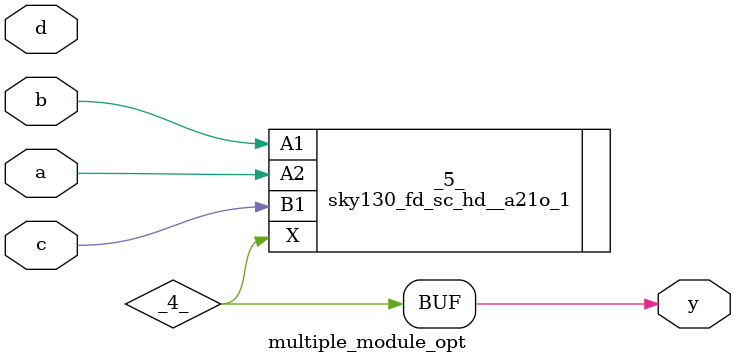
<source format=v>
/* Generated by Yosys 0.57+148 (git sha1 259bd6fb3, g++ 13.3.0-6ubuntu2~24.04 -fPIC -O3) */

(* top =  1  *)
(* src = "/home/ank/Desktop/SoC_Shwetank/verilog_files/multiple_module_opt.v:11.1-21.10" *)
module multiple_module_opt(a, b, c, d, y);
  (* src = "/home/ank/Desktop/SoC_Shwetank/verilog_files/multiple_module_opt.v:11.34-11.35" *)
  input a;
  wire a;
  (* src = "/home/ank/Desktop/SoC_Shwetank/verilog_files/multiple_module_opt.v:11.44-11.45" *)
  input b;
  wire b;
  (* src = "/home/ank/Desktop/SoC_Shwetank/verilog_files/multiple_module_opt.v:11.54-11.55" *)
  input c;
  wire c;
  (* src = "/home/ank/Desktop/SoC_Shwetank/verilog_files/multiple_module_opt.v:11.64-11.65" *)
  input d;
  wire d;
  (* src = "/home/ank/Desktop/SoC_Shwetank/verilog_files/multiple_module_opt.v:11.75-11.76" *)
  output y;
  wire y;
  wire _0_;
  (* src = "/home/ank/Desktop/SoC_Shwetank/verilog_files/multiple_module_opt.v:11.34-11.35" *)
  wire _1_;
  (* src = "/home/ank/Desktop/SoC_Shwetank/verilog_files/multiple_module_opt.v:11.44-11.45" *)
  wire _2_;
  (* src = "/home/ank/Desktop/SoC_Shwetank/verilog_files/multiple_module_opt.v:11.54-11.55" *)
  wire _3_;
  (* src = "/home/ank/Desktop/SoC_Shwetank/verilog_files/multiple_module_opt.v:11.75-11.76" *)
  wire _4_;
  (* hdlname = "U1 y" *)
  (* src = "/home/ank/Desktop/SoC_Shwetank/verilog_files/multiple_module_opt.v:1.47-1.48" *)
  wire \U1.y ;
  sky130_fd_sc_hd__a21o_1 _5_ (
    .A1(_2_),
    .A2(_1_),
    .B1(_3_),
    .X(_4_)
  );
  assign _2_ = b;
  assign _3_ = c;
  assign y = _4_;
  assign _1_ = a;
endmodule

</source>
